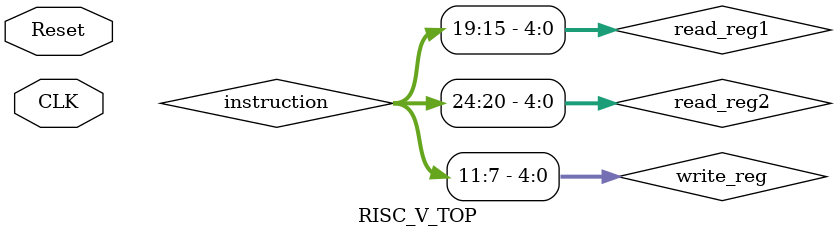
<source format=v>


module RISC_V_TOP( 
     input CLK , Reset
    );
	 
	wire Reg_Write , Mem_Write , Mem_Read  , PC_Src , zero , branch , ALU_Src ,Jump;
 
	wire [ 31 : 0  ] Imm_Ext , instruction , PC_Plus4 , read_data ,read_datal , read_data2 , Muxed_Src_B , ALU_result , Result , PC_target , PC , PC_Next;
	wire [ 2 :  0  ] ALU_Control; 
	
	wire [  1 : 0  ] ALU_Op , mem_to_Reg;
	wire [ 19 : 15 ] read_reg1;
    wire [ 24 : 20 ] read_reg2;
	wire [ 11 : 7  ] write_reg;
	wire [  6 : 0  ] OP_Code ;
	wire [ 31 : 25 ] func_7 ;
	wire [ 14 : 12 ] func_3 ;
	 
	assign read_reg1  = instruction [ 19 : 15 ];
	assign read_reg2  = instruction [ 24 : 20 ];
	assign write_reg  = instruction [ 11 : 7  ];
	assign OP_Code    = instruction [  6 : 0  ];
	assign func_7     = instruction [ 31 : 25 ];
	assign func_3     = instruction [ 14 : 12 ];
	
	assign PC_Src = (zero & branch) | Jump ;
	
	Mux_2x1 M1 (
	    .X1 (PC_Plus4),
		.X2 (PC_target),
		.Y  (PC_Next),
		.S  (PC_Src)
	    );

	Program_counter Prog_Count (
		.CLK     (CLK), 
		.Reset   (Reset), 
		.PC_Next (PC_Next), 
		.PC      (PC)
		 );
	
	PCPlus4_Adder PCp4_Add( 
	  .PC      (PC), 
	  .PCPlus4 (PC_Plus4)
	   );	 
	
  PCTarget  PC_Targ(
	  .PC       (PC), 
	  .ImmExt   (Imm_Ext),
	  .PCtarget (PC_target)
	    );

	Instruction_Memory Instr_Mem (
	   .CLK   (CLK), 
	   .Reset (Reset), 
	   .A     (PC), 
	   .RD    (instruction) 
	    );

   Register_File Reg_File(
	  .CLK   (CLK), 
	  .Reset (Reset),
	  .A1    (read_reg1), 
	  .A2    (read_reg2), 
	  .A3    (write_reg), 
      .WD    (Result),
	  .WE    (Reg_Write), 
	  .RD1   (read_datal), 
	  .RD2   (read_data2) 
      );

	ALU alu(
	  .Src_A      (read_datal),
	  .Src_B      (Muxed_Src_B), 
	  .zero       (zero), 
	  .ALUcontrol (ALU_Control), 
	  .ALUResult  (ALU_result) 
	   );

   Immediat_Generator Imm_Gen(
	    .Instruction (instruction),
      .ImmExt      (Imm_Ext)
      );
		
	Mux_2x1 M2 (
	    .X1 (read_data2),
		.X2 (Imm_Ext),
		.Y  (Muxed_Src_B),
		.S  (ALU_Src)
	    );

	Data_Memory Data_Mem (
	  .clk      (CLK), 
	  .reset    (Reset),
	  .MemWrite (Mem_Write),
	  .MemRead  (Mem_Read), 
	  .A        (ALU_result), 
	  .WD       (read_data2), 
	  .RD       (read_data) 
	   );
		
	Mux_3x1 M3 (
	  .X1 (ALU_result),
	  .X2 (read_data),
	  .X3 (PC_Plus4),
	  .Y  (Result),
	  .S  (mem_to_Reg)
	   );
 
   ALU_Control ALU_Cont(
      .ALUOp       (ALU_Op), 
	  .func7       (func_7), 
	  .func3       (func_3), 
	  .ALUControl  (ALU_Control) 
	   );

   Control_Unit Cont_Uni (
	  .Zero     (zero),
	  .OP_Code  (OP_Code), 
	  .Branch   (branch), 
      .MemRead  (Mem_Read), 
	  .Jump     (Jump),
	  .MemtoReg (mem_to_Reg), 
	  .MemWrite (Mem_Write), 
	  .ALUScr   (ALU_Src), 
	  .RegWrite (Reg_Write), 
	  .ALUOp    (ALU_Op) 
	   );
		
endmodule



</source>
